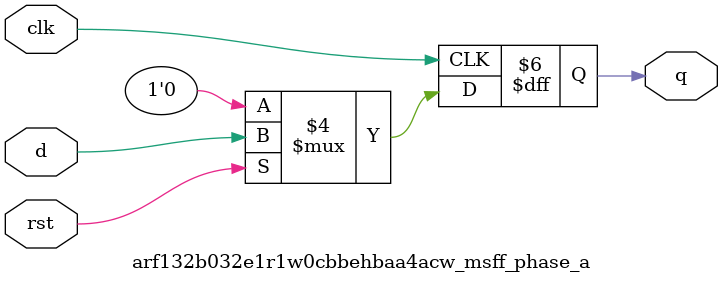
<source format=sv>
`ifndef ARF132B032E1R1W0CBBEHBAA4ACW_MSFF_PHASE_A_SV
`define ARF132B032E1R1W0CBBEHBAA4ACW_MSFF_PHASE_A_SV

module arf132b032e1r1w0cbbehbaa4acw_msff_phase_a #
(
  parameter DWIDTH = 1
)
(
  input  logic [DWIDTH-1:0] d,
  input  logic clk,
  input  logic rst,
  output logic [DWIDTH-1:0] q
);

always_ff @ (posedge clk) begin
  if (~rst) begin
    q <= '0;
  end
  else begin
    q <= d;
  end
end

endmodule // arf132b032e1r1w0cbbehbaa4acw_msff_phase_a

`endif // ARF132B032E1R1W0CBBEHBAA4ACW_MSFF_PHASE_A_SV
</source>
